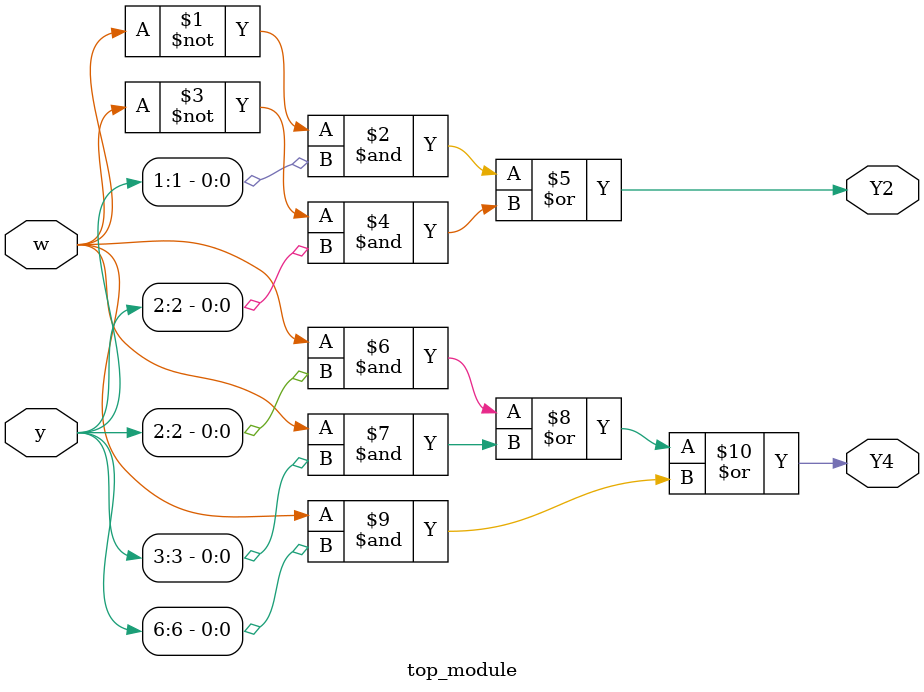
<source format=sv>
module top_module (
    input [6:1] y,
    input w,
    output Y2,
    output Y4
);

    // Assign the logic for Y2 and Y4 based on the state transitions and one-hot encoding
    assign Y2 = (~w & y[1]) | (~w & y[2]);
    assign Y4 = (w & y[2]) | (w & y[3]) | (w & y[6]);

endmodule

</source>
